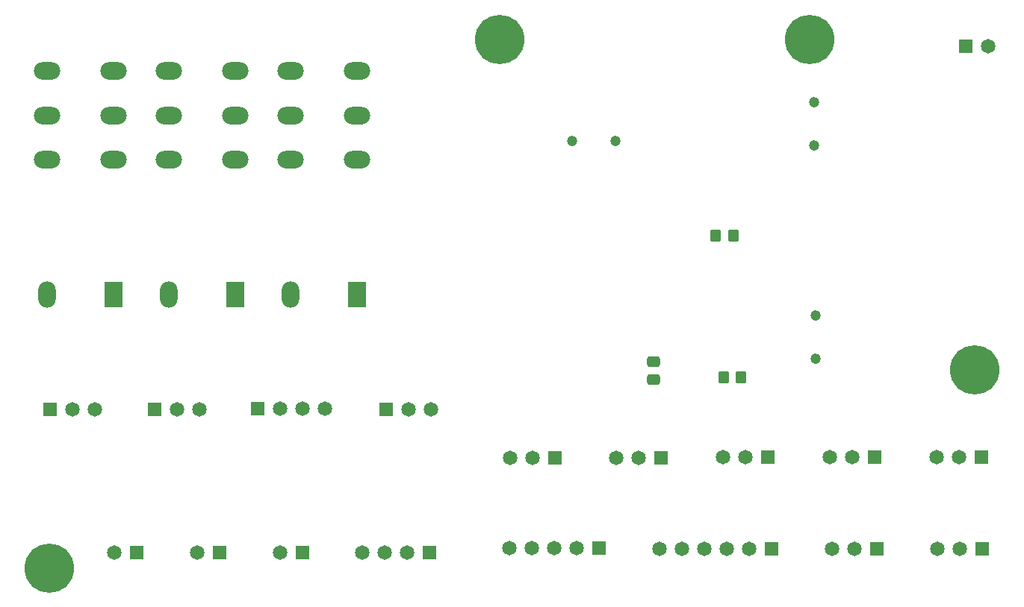
<source format=gbs>
%TF.GenerationSoftware,KiCad,Pcbnew,(6.0.7)*%
%TF.CreationDate,2022-11-19T11:38:31+01:00*%
%TF.ProjectId,placamaster,706c6163-616d-4617-9374-65722e6b6963,v01*%
%TF.SameCoordinates,Original*%
%TF.FileFunction,Soldermask,Bot*%
%TF.FilePolarity,Negative*%
%FSLAX46Y46*%
G04 Gerber Fmt 4.6, Leading zero omitted, Abs format (unit mm)*
G04 Created by KiCad (PCBNEW (6.0.7)) date 2022-11-19 11:38:31*
%MOMM*%
%LPD*%
G01*
G04 APERTURE LIST*
G04 Aperture macros list*
%AMRoundRect*
0 Rectangle with rounded corners*
0 $1 Rounding radius*
0 $2 $3 $4 $5 $6 $7 $8 $9 X,Y pos of 4 corners*
0 Add a 4 corners polygon primitive as box body*
4,1,4,$2,$3,$4,$5,$6,$7,$8,$9,$2,$3,0*
0 Add four circle primitives for the rounded corners*
1,1,$1+$1,$2,$3*
1,1,$1+$1,$4,$5*
1,1,$1+$1,$6,$7*
1,1,$1+$1,$8,$9*
0 Add four rect primitives between the rounded corners*
20,1,$1+$1,$2,$3,$4,$5,0*
20,1,$1+$1,$4,$5,$6,$7,0*
20,1,$1+$1,$6,$7,$8,$9,0*
20,1,$1+$1,$8,$9,$2,$3,0*%
G04 Aperture macros list end*
%ADD10C,5.600000*%
%ADD11C,3.600000*%
%ADD12C,1.650000*%
%ADD13R,1.650000X1.650000*%
%ADD14O,3.000000X2.000000*%
%ADD15R,2.000000X3.000000*%
%ADD16O,2.000000X3.000000*%
%ADD17C,1.193800*%
%ADD18RoundRect,0.250000X-0.350000X-0.450000X0.350000X-0.450000X0.350000X0.450000X-0.350000X0.450000X0*%
%ADD19RoundRect,0.250000X0.475000X-0.337500X0.475000X0.337500X-0.475000X0.337500X-0.475000X-0.337500X0*%
G04 APERTURE END LIST*
D10*
%TO.C,H3*%
X130124200Y-38862000D03*
D11*
X130124200Y-38862000D03*
%TD*%
D12*
%TO.C,J5*%
X70066248Y-97125200D03*
D13*
X72606248Y-97125200D03*
%TD*%
%TO.C,J13*%
X137742600Y-96670000D03*
D12*
X135202600Y-96670000D03*
X132662600Y-96670000D03*
%TD*%
D13*
%TO.C,J12*%
X149655200Y-96670000D03*
D12*
X147115200Y-96670000D03*
X144575200Y-96670000D03*
%TD*%
%TO.C,J16*%
X120292800Y-86306800D03*
X122832800Y-86306800D03*
D13*
X125372800Y-86306800D03*
%TD*%
%TO.C,J18*%
X149606000Y-86309200D03*
D12*
X147066000Y-86309200D03*
X144526000Y-86309200D03*
%TD*%
D13*
%TO.C,J15*%
X113257000Y-86383000D03*
D12*
X110717000Y-86383000D03*
X108177000Y-86383000D03*
%TD*%
D13*
%TO.C,J10*%
X106272000Y-96644600D03*
D12*
X103732000Y-96644600D03*
X101192000Y-96644600D03*
X98652000Y-96644600D03*
X96112000Y-96644600D03*
%TD*%
D14*
%TO.C,K1*%
X51200000Y-47490000D03*
X51200000Y-52530000D03*
X51200000Y-42450000D03*
X43700000Y-47490000D03*
X43700000Y-52530000D03*
X43700000Y-42450000D03*
D15*
X51200000Y-67790000D03*
D16*
X43700000Y-67790000D03*
%TD*%
D14*
%TO.C,K2*%
X64979200Y-47489800D03*
X64979200Y-52529800D03*
X64979200Y-42449800D03*
X57479200Y-47489800D03*
X57479200Y-52529800D03*
X57479200Y-42449800D03*
D15*
X64979200Y-67789800D03*
D16*
X57479200Y-67789800D03*
%TD*%
D13*
%TO.C,J8*%
X67564000Y-80797400D03*
D12*
X70104000Y-80797400D03*
X72644000Y-80797400D03*
X75184000Y-80797400D03*
%TD*%
D10*
%TO.C,H4*%
X148830000Y-76390000D03*
D11*
X148830000Y-76390000D03*
%TD*%
D14*
%TO.C,K3*%
X78790000Y-47490000D03*
X78790000Y-52530000D03*
X78790000Y-42450000D03*
X71290000Y-47490000D03*
X71290000Y-52530000D03*
X71290000Y-42450000D03*
D15*
X78790000Y-67790000D03*
D16*
X71290000Y-67790000D03*
%TD*%
D17*
%TO.C,Y1*%
X108086600Y-50377800D03*
X103206600Y-50377800D03*
%TD*%
D13*
%TO.C,J11*%
X125804600Y-96670000D03*
D12*
X123264600Y-96670000D03*
X120724600Y-96670000D03*
X118184600Y-96670000D03*
X115644600Y-96670000D03*
X113104600Y-96670000D03*
%TD*%
D11*
%TO.C,H2*%
X94970600Y-38836600D03*
D10*
X94970600Y-38836600D03*
%TD*%
D13*
%TO.C,J2*%
X55829200Y-80822800D03*
D12*
X58369200Y-80822800D03*
X60909200Y-80822800D03*
%TD*%
D13*
%TO.C,J4*%
X147828000Y-39598600D03*
D12*
X150368000Y-39598600D03*
%TD*%
D13*
%TO.C,J14*%
X101193600Y-86385400D03*
D12*
X98653600Y-86385400D03*
X96113600Y-86385400D03*
%TD*%
D10*
%TO.C,H1*%
X43891200Y-98856800D03*
D11*
X43891200Y-98856800D03*
%TD*%
D17*
%TO.C,Y2*%
X130650000Y-46010000D03*
X130650000Y-50890000D03*
%TD*%
D13*
%TO.C,J1*%
X82067400Y-80822800D03*
D12*
X84607400Y-80822800D03*
X87147400Y-80822800D03*
%TD*%
D13*
%TO.C,J3*%
X44018200Y-80825200D03*
D12*
X46558200Y-80825200D03*
X49098200Y-80825200D03*
%TD*%
D17*
%TO.C,Y3*%
X130800000Y-75090000D03*
X130800000Y-70210000D03*
%TD*%
D13*
%TO.C,J7*%
X63226248Y-97125200D03*
D12*
X60686248Y-97125200D03*
%TD*%
D13*
%TO.C,J9*%
X87049848Y-97101800D03*
D12*
X84509848Y-97101800D03*
X81969848Y-97101800D03*
X79429848Y-97101800D03*
%TD*%
D13*
%TO.C,J17*%
X137464800Y-86309200D03*
D12*
X134924800Y-86309200D03*
X132384800Y-86309200D03*
%TD*%
D13*
%TO.C,J6*%
X53856248Y-97125200D03*
D12*
X51316248Y-97125200D03*
%TD*%
D18*
%TO.C,R5*%
X119462800Y-61112400D03*
X121462800Y-61112400D03*
%TD*%
D19*
%TO.C,C1*%
X112369600Y-77513000D03*
X112369600Y-75438000D03*
%TD*%
D18*
%TO.C,R4*%
X120351800Y-77241400D03*
X122351800Y-77241400D03*
%TD*%
M02*

</source>
